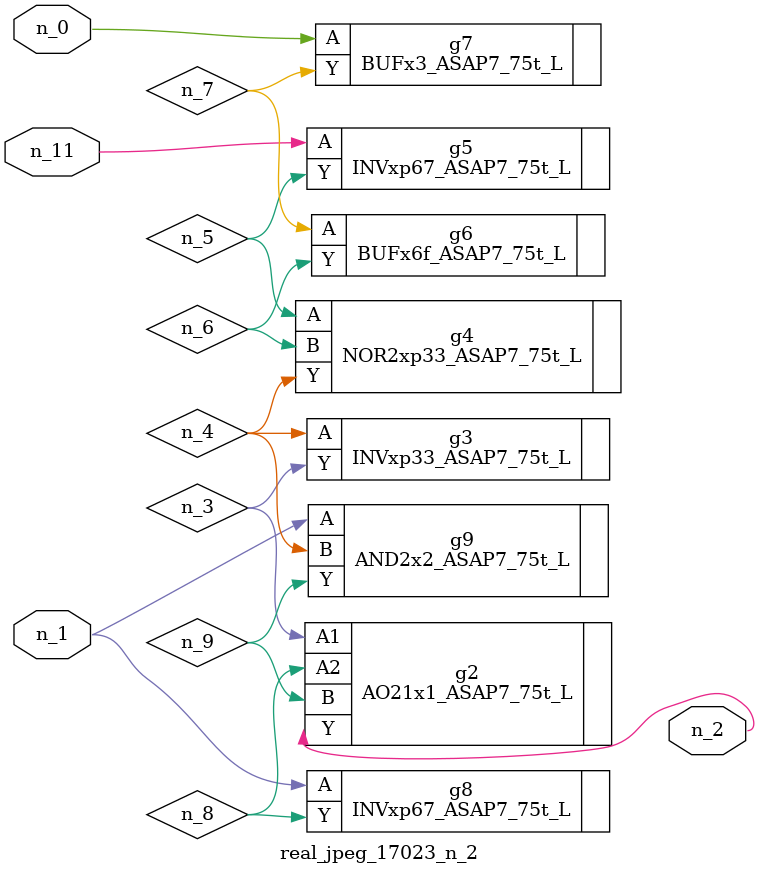
<source format=v>
module real_jpeg_17023_n_2 (n_1, n_11, n_0, n_2);

input n_1;
input n_11;
input n_0;

output n_2;

wire n_5;
wire n_8;
wire n_4;
wire n_6;
wire n_7;
wire n_3;
wire n_9;

BUFx3_ASAP7_75t_L g7 ( 
.A(n_0),
.Y(n_7)
);

INVxp67_ASAP7_75t_L g8 ( 
.A(n_1),
.Y(n_8)
);

AND2x2_ASAP7_75t_L g9 ( 
.A(n_1),
.B(n_4),
.Y(n_9)
);

AO21x1_ASAP7_75t_L g2 ( 
.A1(n_3),
.A2(n_8),
.B(n_9),
.Y(n_2)
);

INVxp33_ASAP7_75t_L g3 ( 
.A(n_4),
.Y(n_3)
);

NOR2xp33_ASAP7_75t_L g4 ( 
.A(n_5),
.B(n_6),
.Y(n_4)
);

BUFx6f_ASAP7_75t_L g6 ( 
.A(n_7),
.Y(n_6)
);

INVxp67_ASAP7_75t_L g5 ( 
.A(n_11),
.Y(n_5)
);


endmodule
</source>
